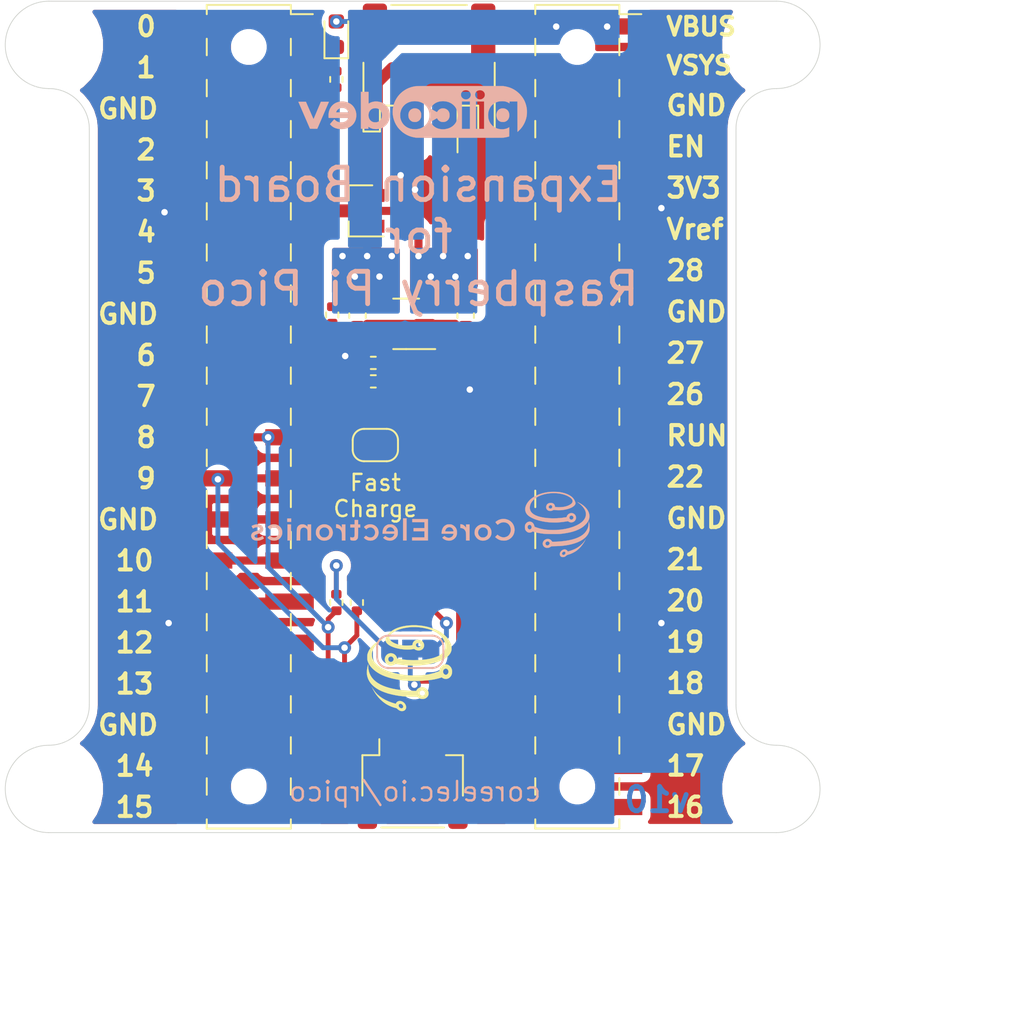
<source format=kicad_pcb>
(kicad_pcb (version 20171130) (host pcbnew "(5.1.8-44-gfd79c7ae46)-1")
  (title_block (title "Secret Project (TOP SNEAKY)") (date 2021-01-07) (rev v0) (company "Core Electronics") (comment 1 "Michael Ruppe"))
  (layers (0 F.Cu signal hide) (31 B.Cu signal hide) (34 B.Paste user) (35 F.Paste user) (36 B.SilkS user) (37 F.SilkS user) (38 B.Mask user) (39 F.Mask user) (44 Edge.Cuts user))
  (net 0 "")
  (net 1 GND)
  (net 2 VBAT)
  (net 3 VBUS)
  (net 4 "Net-(D1-Pad1)")
  (net 5 /I2C0_SCL)
  (net 6 /I2C0_SDA)
  (net 7 +3V3)
  (net 8 /VSYS)
  (net 9 "Net-(R2-Pad1)")
  (net 10 "Net-(JP1-Pad2)")
  (net 11 "Net-(JP1-Pad1)")
  (net 12 "Net-(JP2-Pad3)")
  (net 13 "Net-(JP2-Pad1)")
  (net 14 "Net-(J3-Pad39)")
  (net 15 "Net-(J3-Pad37)")
  (net 16 "Net-(J3-Pad33)")
  (net 17 "Net-(J3-Pad31)")
  (net 18 "Net-(J3-Pad29)")
  (net 19 "Net-(J3-Pad27)")
  (net 20 "Net-(J3-Pad19)")
  (net 21 "Net-(J3-Pad17)")
  (net 22 "Net-(J3-Pad13)")
  (net 23 "Net-(J3-Pad11)")
  (net 24 "Net-(J3-Pad10)")
  (net 25 "Net-(J3-Pad7)")
  (net 26 "Net-(J3-Pad3)")
  (net 27 "Net-(J3-Pad1)")
  (net 28 "Net-(J4-Pad39)")
  (net 29 "Net-(J4-Pad37)")
  (net 30 "Net-(J4-Pad33)")
  (net 31 "Net-(J4-Pad31)")
  (net 32 "Net-(J4-Pad29)")
  (net 33 "Net-(J4-Pad27)")
  (net 34 "Net-(J4-Pad23)")
  (net 35 "Net-(J4-Pad21)")
  (net 36 "Net-(J4-Pad19)")
  (net 37 "Net-(J4-Pad17)")
  (net 38 "Net-(J4-Pad13)")
  (net 39 "Net-(J4-Pad11)")
  (net 40 "Net-(J4-Pad7)")
  (module CoreElectronics_Artwork:CoreElectronics_logo_with_text_long (layer B.Cu) (at 25.36 32.35 180)
    (fp_text reference G*** hide)
    (fp_text value LOGO hide)
  )
  (module CoreElectronics_Components:SolderJumper-3_P1.3mm_Closed_RoundedPad1.0x1.5mm (layer B.Cu) (at 24.852 40.224 180)
    (fp_text reference JP2 hide)
    (fp_text value I2C)
    (fp_poly (pts (xy 0.8 -0.3) (xy -0.8 -0.3) (xy -0.8 0.3) (xy 0.8 0.3)) (layer B.Cu) (width 0.1))
    (pad 1 smd custom (at -1.3 0 180) (size 1 0.5) (layers B.Cu B.Mask) (net 13 "Net-(JP2-Pad1)") (options (clearance outline) (anchor rect)) (primitives (gr_circle (center 0 -0.25) (end 0.5 -0.25) (width 0)) (gr_circle (center 0 0.25) (end 0.5 0.25) (width 0)) (gr_poly (pts (xy 0.55 0.75) (xy 0 0.75) (xy 0 -0.75) (xy 0.55 -0.75)) (width 0))))
    (pad 3 smd custom (at 1.3 0 180) (size 1 0.5) (layers B.Cu B.Mask) (net 12 "Net-(JP2-Pad3)") (options (clearance outline) (anchor rect)) (primitives (gr_circle (center 0 -0.25) (end 0.5 -0.25) (width 0)) (gr_circle (center 0 0.25) (end 0.5 0.25) (width 0)) (gr_poly (pts (xy -0.55 0.75) (xy 0 0.75) (xy 0 -0.75) (xy -0.55 -0.75)) (width 0))))
    (pad 2 smd rect (at 0 0 180) (size 1 1.5) (layers B.Cu B.Mask) (net 7 +3V3))
  )
  (module Resistor_SMD:R_0402_1005Metric (layer F.Cu) (at 21.55 37.176 270)
    (fp_text reference R6 hide)
    (fp_text value 4k7)
    (pad 1 smd roundrect (at -0.51 0 270) (size 0.54 0.64) (layers F.Cu F.Paste F.Mask) (net 13 "Net-(JP2-Pad1)"))
    (pad 2 smd roundrect (at 0.51 0 270) (size 0.54 0.64) (layers F.Cu F.Paste F.Mask) (net 5 /I2C0_SCL))
  )
  (module Resistor_SMD:R_0402_1005Metric (layer F.Cu) (at 20.28 37.176 270)
    (fp_text reference R5 hide)
    (fp_text value 4k7)
    (pad 1 smd roundrect (at -0.51 0 270) (size 0.54 0.64) (layers F.Cu F.Paste F.Mask) (net 12 "Net-(JP2-Pad3)"))
    (pad 2 smd roundrect (at 0.51 0 270) (size 0.54 0.64) (layers F.Cu F.Paste F.Mask) (net 6 /I2C0_SDA))
  )
  (module Resistor_SMD:R_0402_1005Metric (layer F.Cu) (at 20.026 19.396 270)
    (fp_text reference R4 hide)
    (fp_text value 100k)
    (pad 2 smd roundrect (at 0.51 0 270) (size 0.54 0.64) (layers F.Cu F.Paste F.Mask) (net 1 GND))
    (pad 1 smd roundrect (at -0.51 0 270) (size 0.54 0.64) (layers F.Cu F.Paste F.Mask) (net 3 VBUS))
  )
  (module CoreElectronics_Components:PinSocket_2x20_P2.54mm_Vertical_SMD_With_Post (layer F.Cu) (at 35.185 25.69)
    (fp_text reference J4 hide)
    (fp_text value " ")
    (pad "" np_thru_hole circle (at 0 22.86) (size 1.2 1.2) (drill 1.2) (layers *.Cu *.Mask))
    (pad "" np_thru_hole circle (at 0 -22.86) (size 1.2 1.2) (drill 1.2) (layers *.Cu *.Mask))
    (pad 40 smd rect (at -2.52 24.13) (size 3 1) (layers F.Cu F.Paste F.Mask) (net 28 "Net-(J4-Pad39)"))
    (pad 39 smd rect (at 2.52 24.13) (size 3 1) (layers F.Cu F.Paste F.Mask) (net 28 "Net-(J4-Pad39)"))
    (pad 38 smd rect (at -2.52 21.59) (size 3 1) (layers F.Cu F.Paste F.Mask) (net 29 "Net-(J4-Pad37)"))
    (pad 37 smd rect (at 2.52 21.59) (size 3 1) (layers F.Cu F.Paste F.Mask) (net 29 "Net-(J4-Pad37)"))
    (pad 36 smd rect (at -2.52 19.05) (size 3 1) (layers F.Cu F.Paste F.Mask) (net 1 GND))
    (pad 35 smd rect (at 2.52 19.05) (size 3 1) (layers F.Cu F.Paste F.Mask) (net 1 GND))
    (pad 34 smd rect (at -2.52 16.51) (size 3 1) (layers F.Cu F.Paste F.Mask) (net 30 "Net-(J4-Pad33)"))
    (pad 33 smd rect (at 2.52 16.51) (size 3 1) (layers F.Cu F.Paste F.Mask) (net 30 "Net-(J4-Pad33)"))
    (pad 32 smd rect (at -2.52 13.97) (size 3 1) (layers F.Cu F.Paste F.Mask) (net 31 "Net-(J4-Pad31)"))
    (pad 31 smd rect (at 2.52 13.97) (size 3 1) (layers F.Cu F.Paste F.Mask) (net 31 "Net-(J4-Pad31)"))
    (pad 30 smd rect (at -2.52 11.43) (size 3 1) (layers F.Cu F.Paste F.Mask) (net 32 "Net-(J4-Pad29)"))
    (pad 29 smd rect (at 2.52 11.43) (size 3 1) (layers F.Cu F.Paste F.Mask) (net 32 "Net-(J4-Pad29)"))
    (pad 28 smd rect (at -2.52 8.89) (size 3 1) (layers F.Cu F.Paste F.Mask) (net 33 "Net-(J4-Pad27)"))
    (pad 27 smd rect (at 2.52 8.89) (size 3 1) (layers F.Cu F.Paste F.Mask) (net 33 "Net-(J4-Pad27)"))
    (pad 26 smd rect (at -2.52 6.35) (size 3 1) (layers F.Cu F.Paste F.Mask) (net 1 GND))
    (pad 25 smd rect (at 2.52 6.35) (size 3 1) (layers F.Cu F.Paste F.Mask) (net 1 GND))
    (pad 24 smd rect (at -2.52 3.81) (size 3 1) (layers F.Cu F.Paste F.Mask) (net 34 "Net-(J4-Pad23)"))
    (pad 23 smd rect (at 2.52 3.81) (size 3 1) (layers F.Cu F.Paste F.Mask) (net 34 "Net-(J4-Pad23)"))
    (pad 22 smd rect (at -2.52 1.27) (size 3 1) (layers F.Cu F.Paste F.Mask) (net 35 "Net-(J4-Pad21)"))
    (pad 21 smd rect (at 2.52 1.27) (size 3 1) (layers F.Cu F.Paste F.Mask) (net 35 "Net-(J4-Pad21)"))
    (pad 20 smd rect (at -2.52 -1.27) (size 3 1) (layers F.Cu F.Paste F.Mask) (net 36 "Net-(J4-Pad19)"))
    (pad 19 smd rect (at 2.52 -1.27) (size 3 1) (layers F.Cu F.Paste F.Mask) (net 36 "Net-(J4-Pad19)"))
    (pad 18 smd rect (at -2.52 -3.81) (size 3 1) (layers F.Cu F.Paste F.Mask) (net 37 "Net-(J4-Pad17)"))
    (pad 17 smd rect (at 2.52 -3.81) (size 3 1) (layers F.Cu F.Paste F.Mask) (net 37 "Net-(J4-Pad17)"))
    (pad 16 smd rect (at -2.52 -6.35) (size 3 1) (layers F.Cu F.Paste F.Mask) (net 1 GND))
    (pad 15 smd rect (at 2.52 -6.35) (size 3 1) (layers F.Cu F.Paste F.Mask) (net 1 GND))
    (pad 14 smd rect (at -2.52 -8.89) (size 3 1) (layers F.Cu F.Paste F.Mask) (net 38 "Net-(J4-Pad13)"))
    (pad 13 smd rect (at 2.52 -8.89) (size 3 1) (layers F.Cu F.Paste F.Mask) (net 38 "Net-(J4-Pad13)"))
    (pad 12 smd rect (at -2.52 -11.43) (size 3 1) (layers F.Cu F.Paste F.Mask) (net 39 "Net-(J4-Pad11)"))
    (pad 11 smd rect (at 2.52 -11.43) (size 3 1) (layers F.Cu F.Paste F.Mask) (net 39 "Net-(J4-Pad11)"))
    (pad 10 smd rect (at -2.52 -13.97) (size 3 1) (layers F.Cu F.Paste F.Mask) (net 7 +3V3))
    (pad 9 smd rect (at 2.52 -13.97) (size 3 1) (layers F.Cu F.Paste F.Mask) (net 7 +3V3))
    (pad 8 smd rect (at -2.52 -16.51) (size 3 1) (layers F.Cu F.Paste F.Mask) (net 40 "Net-(J4-Pad7)"))
    (pad 7 smd rect (at 2.52 -16.51) (size 3 1) (layers F.Cu F.Paste F.Mask) (net 40 "Net-(J4-Pad7)"))
    (pad 6 smd rect (at -2.52 -19.05) (size 3 1) (layers F.Cu F.Paste F.Mask) (net 1 GND))
    (pad 5 smd rect (at 2.52 -19.05) (size 3 1) (layers F.Cu F.Paste F.Mask) (net 1 GND))
    (pad 4 smd rect (at -2.52 -21.59) (size 3 1) (layers F.Cu F.Paste F.Mask) (net 8 /VSYS))
    (pad 3 smd rect (at 2.52 -21.59) (size 3 1) (layers F.Cu F.Paste F.Mask) (net 8 /VSYS))
    (pad 2 smd rect (at -2.52 -24.13) (size 3 1) (layers F.Cu F.Paste F.Mask) (net 3 VBUS))
    (pad 1 smd rect (at 2.52 -24.13) (size 3 1) (layers F.Cu F.Paste F.Mask) (net 3 VBUS))
  )
  (module CoreElectronics_Components:PinSocket_2x20_P2.54mm_Vertical_SMD_With_Post (layer F.Cu) (at 14.865 25.69)
    (fp_text reference J3 hide)
    (fp_text value " ")
    (pad "" np_thru_hole circle (at 0 22.86) (size 1.2 1.2) (drill 1.2) (layers *.Cu *.Mask))
    (pad "" np_thru_hole circle (at 0 -22.86) (size 1.2 1.2) (drill 1.2) (layers *.Cu *.Mask))
    (pad 40 smd rect (at -2.52 24.13) (size 3 1) (layers F.Cu F.Paste F.Mask) (net 14 "Net-(J3-Pad39)"))
    (pad 39 smd rect (at 2.52 24.13) (size 3 1) (layers F.Cu F.Paste F.Mask) (net 14 "Net-(J3-Pad39)"))
    (pad 38 smd rect (at -2.52 21.59) (size 3 1) (layers F.Cu F.Paste F.Mask) (net 15 "Net-(J3-Pad37)"))
    (pad 37 smd rect (at 2.52 21.59) (size 3 1) (layers F.Cu F.Paste F.Mask) (net 15 "Net-(J3-Pad37)"))
    (pad 36 smd rect (at -2.52 19.05) (size 3 1) (layers F.Cu F.Paste F.Mask) (net 1 GND))
    (pad 35 smd rect (at 2.52 19.05) (size 3 1) (layers F.Cu F.Paste F.Mask) (net 1 GND))
    (pad 34 smd rect (at -2.52 16.51) (size 3 1) (layers F.Cu F.Paste F.Mask) (net 16 "Net-(J3-Pad33)"))
    (pad 33 smd rect (at 2.52 16.51) (size 3 1) (layers F.Cu F.Paste F.Mask) (net 16 "Net-(J3-Pad33)"))
    (pad 32 smd rect (at -2.52 13.97) (size 3 1) (layers F.Cu F.Paste F.Mask) (net 17 "Net-(J3-Pad31)"))
    (pad 31 smd rect (at 2.52 13.97) (size 3 1) (layers F.Cu F.Paste F.Mask) (net 17 "Net-(J3-Pad31)"))
    (pad 30 smd rect (at -2.52 11.43) (size 3 1) (layers F.Cu F.Paste F.Mask) (net 18 "Net-(J3-Pad29)"))
    (pad 29 smd rect (at 2.52 11.43) (size 3 1) (layers F.Cu F.Paste F.Mask) (net 18 "Net-(J3-Pad29)"))
    (pad 28 smd rect (at -2.52 8.89) (size 3 1) (layers F.Cu F.Paste F.Mask) (net 19 "Net-(J3-Pad27)"))
    (pad 27 smd rect (at 2.52 8.89) (size 3 1) (layers F.Cu F.Paste F.Mask) (net 19 "Net-(J3-Pad27)"))
    (pad 26 smd rect (at -2.52 6.35) (size 3 1) (layers F.Cu F.Paste F.Mask) (net 1 GND))
    (pad 25 smd rect (at 2.52 6.35) (size 3 1) (layers F.Cu F.Paste F.Mask) (net 1 GND))
    (pad 24 smd rect (at -2.52 3.81) (size 3 1) (layers F.Cu F.Paste F.Mask) (net 5 /I2C0_SCL))
    (pad 23 smd rect (at 2.52 3.81) (size 3 1) (layers F.Cu F.Paste F.Mask) (net 5 /I2C0_SCL))
    (pad 22 smd rect (at -2.52 1.27) (size 3 1) (layers F.Cu F.Paste F.Mask) (net 6 /I2C0_SDA))
    (pad 21 smd rect (at 2.52 1.27) (size 3 1) (layers F.Cu F.Paste F.Mask) (net 6 /I2C0_SDA))
    (pad 20 smd rect (at -2.52 -1.27) (size 3 1) (layers F.Cu F.Paste F.Mask) (net 20 "Net-(J3-Pad19)"))
    (pad 19 smd rect (at 2.52 -1.27) (size 3 1) (layers F.Cu F.Paste F.Mask) (net 20 "Net-(J3-Pad19)"))
    (pad 18 smd rect (at -2.52 -3.81) (size 3 1) (layers F.Cu F.Paste F.Mask) (net 21 "Net-(J3-Pad17)"))
    (pad 17 smd rect (at 2.52 -3.81) (size 3 1) (layers F.Cu F.Paste F.Mask) (net 21 "Net-(J3-Pad17)"))
    (pad 16 smd rect (at -2.52 -6.35) (size 3 1) (layers F.Cu F.Paste F.Mask) (net 1 GND))
    (pad 15 smd rect (at 2.52 -6.35) (size 3 1) (layers F.Cu F.Paste F.Mask) (net 1 GND))
    (pad 14 smd rect (at -2.52 -8.89) (size 3 1) (layers F.Cu F.Paste F.Mask) (net 22 "Net-(J3-Pad13)"))
    (pad 13 smd rect (at 2.52 -8.89) (size 3 1) (layers F.Cu F.Paste F.Mask) (net 22 "Net-(J3-Pad13)"))
    (pad 12 smd rect (at -2.52 -11.43) (size 3 1) (layers F.Cu F.Paste F.Mask) (net 23 "Net-(J3-Pad11)"))
    (pad 11 smd rect (at 2.52 -11.43) (size 3 1) (layers F.Cu F.Paste F.Mask) (net 23 "Net-(J3-Pad11)"))
    (pad 10 smd rect (at -2.52 -13.97) (size 3 1) (layers F.Cu F.Paste F.Mask) (net 24 "Net-(J3-Pad10)"))
    (pad 9 smd rect (at 2.52 -13.97) (size 3 1) (layers F.Cu F.Paste F.Mask) (net 24 "Net-(J3-Pad10)"))
    (pad 8 smd rect (at -2.52 -16.51) (size 3 1) (layers F.Cu F.Paste F.Mask) (net 25 "Net-(J3-Pad7)"))
    (pad 7 smd rect (at 2.52 -16.51) (size 3 1) (layers F.Cu F.Paste F.Mask) (net 25 "Net-(J3-Pad7)"))
    (pad 6 smd rect (at -2.52 -19.05) (size 3 1) (layers F.Cu F.Paste F.Mask) (net 1 GND))
    (pad 5 smd rect (at 2.52 -19.05) (size 3 1) (layers F.Cu F.Paste F.Mask) (net 1 GND))
    (pad 4 smd rect (at -2.52 -21.59) (size 3 1) (layers F.Cu F.Paste F.Mask) (net 26 "Net-(J3-Pad3)"))
    (pad 3 smd rect (at 2.52 -21.59) (size 3 1) (layers F.Cu F.Paste F.Mask) (net 26 "Net-(J3-Pad3)"))
    (pad 2 smd rect (at -2.52 -24.13) (size 3 1) (layers F.Cu F.Paste F.Mask) (net 27 "Net-(J3-Pad1)"))
    (pad 1 smd rect (at 2.52 -24.13) (size 3 1) (layers F.Cu F.Paste F.Mask) (net 27 "Net-(J3-Pad1)"))
  )
  (module Jumper:SolderJumper-2_P1.3mm_Open_RoundedPad1.0x1.5mm (layer F.Cu) (at 22.693 27.4405)
    (fp_text reference JP1)
    (fp_text value FAST_CHG)
    (pad 2 smd custom (at 0.65 0) (size 1 0.5) (layers F.Cu F.Mask) (net 10 "Net-(JP1-Pad2)") (options (clearance outline) (anchor rect)) (primitives (gr_circle (center 0 0.25) (end 0.5 0.25) (width 0)) (gr_circle (center 0 -0.25) (end 0.5 -0.25) (width 0)) (gr_poly (pts (xy 0 -0.75) (xy -0.5 -0.75) (xy -0.5 0.75) (xy 0 0.75)) (width 0))))
    (pad 1 smd custom (at -0.65 0) (size 1 0.5) (layers F.Cu F.Mask) (net 11 "Net-(JP1-Pad1)") (options (clearance outline) (anchor rect)) (primitives (gr_circle (center 0 0.25) (end 0.5 0.25) (width 0)) (gr_circle (center 0 -0.25) (end 0.5 -0.25) (width 0)) (gr_poly (pts (xy 0 -0.75) (xy 0.5 -0.75) (xy 0.5 0.75) (xy 0 0.75)) (width 0))))
  )
  (module MountingHole:MountingHole_2.7mm_M2.5 (layer F.Cu) (at 2.5 2.7)
    (fp_text reference H4 hide)
    (fp_text value " ")
    (pad "" np_thru_hole circle (at 0 0) (size 2.7 2.7) (drill 2.7) (layers *.Cu *.Mask) (clearance 2))
  )
  (module Resistor_SMD:R_0402_1005Metric (layer F.Cu) (at 22.566 23.5035 180)
    (fp_text reference R3 hide)
    (fp_text value 4k7)
    (pad 2 smd roundrect (at 0.51 0 180) (size 0.54 0.64) (layers F.Cu F.Paste F.Mask) (net 1 GND))
    (pad 1 smd roundrect (at -0.51 0 180) (size 0.54 0.64) (layers F.Cu F.Paste F.Mask) (net 11 "Net-(JP1-Pad1)"))
  )
  (module Capacitor_SMD:C_0603_1608Metric (layer F.Cu) (at 21.59 19.4395 270)
    (fp_text reference C2 hide)
    (fp_text value 10u)
    (pad 2 smd roundrect (at 0.775 0 270) (size 0.9 0.95) (layers F.Cu F.Paste F.Mask) (net 1 GND))
    (pad 1 smd roundrect (at -0.775 0 270) (size 0.9 0.95) (layers F.Cu F.Paste F.Mask) (net 3 VBUS))
  )
  (module MountingHole:MountingHole_2.7mm_M2.5 (layer F.Cu) (at 2.5 48.7)
    (fp_text reference H3 hide)
    (fp_text value " ")
    (pad "" np_thru_hole circle (at 0 0) (size 2.7 2.7) (drill 2.7) (layers *.Cu *.Mask) (clearance 2))
  )
  (module MountingHole:MountingHole_2.7mm_M2.5 (layer F.Cu) (at 47.5 48.7)
    (fp_text reference H2 hide)
    (fp_text value " ")
    (pad "" np_thru_hole circle (at 0 0) (size 2.7 2.7) (drill 2.7) (layers *.Cu *.Mask) (clearance 2))
  )
  (module MountingHole:MountingHole_2.7mm_M2.5 (layer F.Cu) (at 47.5 2.7)
    (fp_text reference H1 hide)
    (fp_text value " ")
    (pad "" np_thru_hole circle (at 0 0) (size 2.7 2.7) (drill 2.7) (layers *.Cu *.Mask) (clearance 2))
  )
  (module CoreElectronics_Artwork:piicodev_logo_14.2x3.4mm (layer B.Cu) (at 24.984047 6.95 180)
    (fp_text reference G2 hide)
    (fp_text value LOGO_PiicoDev hide)
  )
  (module CoreElectronics_Artwork:CoreElectronics_logo_5mm (layer F.Cu) (at 24.8 41.24)
    (fp_text reference G1 hide)
    (fp_text value LOGO_CoreElectronics_made-with-love hide)
  )
  (module Package_TO_SOT_SMD:SOT-23-5 (layer F.Cu) (at 24.598 19.9475 180)
    (fp_text reference U1 hide)
    (fp_text value MCP73832-2-OT hide)
    (pad 5 smd roundrect (at 1.1375 -0.95 180) (size 1.325 0.6) (layers F.Cu F.Paste F.Mask) (net 10 "Net-(JP1-Pad2)"))
    (pad 4 smd roundrect (at 1.1375 0.95 180) (size 1.325 0.6) (layers F.Cu F.Paste F.Mask) (net 3 VBUS))
    (pad 3 smd roundrect (at -1.1375 0.95 180) (size 1.325 0.6) (layers F.Cu F.Paste F.Mask) (net 2 VBAT))
    (pad 2 smd roundrect (at -1.1375 0 180) (size 1.325 0.6) (layers F.Cu F.Paste F.Mask) (net 1 GND))
    (pad 1 smd roundrect (at -1.1375 -0.95 180) (size 1.325 0.6) (layers F.Cu F.Paste F.Mask) (net 9 "Net-(R2-Pad1)"))
  )
  (module Resistor_SMD:R_0402_1005Metric (layer F.Cu) (at 20.28 4.8345 90)
    (fp_text reference R2 hide)
    (fp_text value 1k)
    (pad 2 smd roundrect (at 0.51 0 90) (size 0.54 0.64) (layers F.Cu F.Paste F.Mask) (net 4 "Net-(D1-Pad1)"))
    (pad 1 smd roundrect (at -0.51 0 90) (size 0.54 0.64) (layers F.Cu F.Paste F.Mask) (net 9 "Net-(R2-Pad1)"))
  )
  (module Resistor_SMD:R_0402_1005Metric (layer F.Cu) (at 22.566 22.3605 180)
    (fp_text reference R1 hide)
    (fp_text value 4k7 hide)
    (pad 2 smd roundrect (at 0.51 0 180) (size 0.54 0.64) (layers F.Cu F.Paste F.Mask) (net 1 GND))
    (pad 1 smd roundrect (at -0.51 0 180) (size 0.54 0.64) (layers F.Cu F.Paste F.Mask) (net 10 "Net-(JP1-Pad2)"))
  )
  (module Package_TO_SOT_SMD:SOT-23 (layer F.Cu) (at 21.804 12.9625 180)
    (fp_text reference Q1 hide)
    (fp_text value Q_PMOS_GSD hide)
    (pad 3 smd rect (at 1 0 180) (size 0.9 0.8) (layers F.Cu F.Paste F.Mask) (net 2 VBAT))
    (pad 2 smd rect (at -1 0.95 180) (size 0.9 0.8) (layers F.Cu F.Paste F.Mask) (net 8 /VSYS))
    (pad 1 smd rect (at -1 -0.95 180) (size 0.9 0.8) (layers F.Cu F.Paste F.Mask) (net 3 VBUS))
  )
  (module Connector_JST:JST_PH_S2B-PH-SM4-TB_1x02-1MP_P2.00mm_Horizontal (layer F.Cu) (at 26.016 4.745 180)
    (fp_text reference J2 hide)
    (fp_text value "JST PH" hide)
    (pad 1 smd roundrect (at -1 -2.85 180) (size 1 3.5) (layers F.Cu F.Paste F.Mask) (net 2 VBAT))
    (pad 2 smd roundrect (at 1 -2.85 180) (size 1 3.5) (layers F.Cu F.Paste F.Mask) (net 1 GND))
    (pad MP smd roundrect (at -3.35 2.9 180) (size 1.5 3.4) (layers F.Cu F.Paste F.Mask) (roundrect_rratio 0.1666666666666667))
    (pad MP smd roundrect (at 3.35 2.9 180) (size 1.5 3.4) (layers F.Cu F.Paste F.Mask) (roundrect_rratio 0.1666666666666667))
  )
  (module Connector_JST:JST_SH_SM04B-SRSS-TB_1x04-1MP_P1.00mm_Horizontal (layer F.Cu) (at 25 48.4)
    (fp_text reference J1 hide)
    (fp_text value PiicoDev hide)
    (pad 1 smd roundrect (at -1.5 -2) (size 0.6 1.55) (layers F.Cu F.Paste F.Mask) (net 1 GND))
    (pad 2 smd roundrect (at -0.5 -2) (size 0.6 1.55) (layers F.Cu F.Paste F.Mask) (net 7 +3V3))
    (pad 3 smd roundrect (at 0.5 -2) (size 0.6 1.55) (layers F.Cu F.Paste F.Mask) (net 6 /I2C0_SDA))
    (pad 4 smd roundrect (at 1.5 -2) (size 0.6 1.55) (layers F.Cu F.Paste F.Mask) (net 5 /I2C0_SCL))
    (pad MP smd roundrect (at -2.8 1.875) (size 1.2 1.8) (layers F.Cu F.Paste F.Mask) (roundrect_rratio 0.2083325))
    (pad MP smd roundrect (at 2.8 1.875) (size 1.2 1.8) (layers F.Cu F.Paste F.Mask) (roundrect_rratio 0.2083325))
  )
  (module LED_SMD:LED_0603_1608Metric (layer F.Cu) (at 20.28 2.0405 90)
    (fp_text reference D1 hide)
    (fp_text value LED hide)
    (pad 2 smd roundrect (at 0.7875 0 90) (size 0.875 0.95) (layers F.Cu F.Paste F.Mask) (net 3 VBUS))
    (pad 1 smd roundrect (at -0.7875 0 90) (size 0.875 0.95) (layers F.Cu F.Paste F.Mask) (net 4 "Net-(D1-Pad1)"))
  )
  (module Capacitor_SMD:C_0603_1608Metric (layer F.Cu) (at 28.281 19.4395 270)
    (fp_text reference C1 hide)
    (fp_text value 10u)
    (pad 2 smd roundrect (at 0.775 0 270) (size 0.9 0.95) (layers F.Cu F.Paste F.Mask) (net 1 GND))
    (pad 1 smd roundrect (at -0.775 0 270) (size 0.9 0.95) (layers F.Cu F.Paste F.Mask) (net 2 VBAT))
  )
  (gr_text coreelec.io/rpico (at 25.146 48.86) (layer B.SilkS) (effects (font (size 1.2 1.2)) (justify mirror)))
  (gr_text "Expansion Board\nfor\nRaspberry Pi Pico" (at 25.36 14.57) (layer B.SilkS) (effects (font (size 2 2) (thickness 0.3)) (justify mirror)))
  (gr_text v10 (at 40.132 49.368) (layer B.Cu) (effects (font (size 1.5 1.5) (thickness 0.3)) (justify mirror)))
  (gr_text "Fast\nCharge" (at 22.693 30.572) (layer F.SilkS) (effects (font (size 1 1))))
  (gr_arc (start 47.5 43.5) (end 45 43.5) (angle -90) (layer Edge.Cuts) (width 0.05))
  (gr_arc (start 47.5 48.7) (end 47.5 51.4) (angle -180) (layer Edge.Cuts) (width 0.05))
  (gr_arc (start 2.5 48.7) (end 2.5 46) (angle -180) (layer Edge.Cuts) (width 0.05))
  (gr_arc (start 2.5 43.5) (end 2.5 46) (angle -90) (layer Edge.Cuts) (width 0.05))
  (gr_arc (start 47.5 7.9) (end 47.5 5.4) (angle -90) (layer Edge.Cuts) (width 0.05))
  (gr_arc (start 47.5 2.7) (end 47.5 5.4) (angle -180) (layer Edge.Cuts) (width 0.05))
  (gr_arc (start 2.5 7.9) (end 5 7.9) (angle -90) (layer Edge.Cuts) (width 0.05))
  (gr_arc (start 2.5 2.7) (end 2.5 0) (angle -180) (layer Edge.Cuts) (width 0.05))
  (gr_text VBUS (at 40.560715 1.57) (layer F.SilkS) (effects (font (size 1.1 1.1) (thickness 0.25)) (justify left)))
  (gr_text 28 (at 40.560715 16.654) (layer F.SilkS) (effects (font (size 1.2 1.2) (thickness 0.25)) (justify left)))
  (gr_text GND (at 40.560715 6.446) (layer F.SilkS) (effects (font (size 1.2 1.2) (thickness 0.25)) (justify left)))
  (gr_text VSYS (at 40.560715 3.972) (layer F.SilkS) (effects (font (size 1.1 1.1) (thickness 0.25)) (justify left)))
  (gr_text GND (at 40.560715 19.206) (layer F.SilkS) (effects (font (size 1.2 1.2) (thickness 0.25)) (justify left)))
  (gr_text EN (at 40.560715 8.998) (layer F.SilkS) (effects (font (size 1.2 1.2) (thickness 0.25)) (justify left)))
  (gr_text GND (at 40.560715 31.966) (layer F.SilkS) (effects (font (size 1.2 1.2) (thickness 0.25)) (justify left)))
  (gr_text 21 (at 40.560715 34.518) (layer F.SilkS) (effects (font (size 1.2 1.2) (thickness 0.25)) (justify left)))
  (gr_text 16 (at 40.560715 49.83) (layer F.SilkS) (effects (font (size 1.2 1.2) (thickness 0.25)) (justify left)))
  (gr_text RUN (at 40.560715 26.862) (layer F.SilkS) (effects (font (size 1.2 1.2) (thickness 0.25)) (justify left)))
  (gr_text 17 (at 40.560715 47.278) (layer F.SilkS) (effects (font (size 1.2 1.2) (thickness 0.25)) (justify left)))
  (gr_text 20 (at 40.560715 37.07) (layer F.SilkS) (effects (font (size 1.2 1.2) (thickness 0.25)) (justify left)))
  (gr_text 19 (at 40.560715 39.622) (layer F.SilkS) (effects (font (size 1.2 1.2) (thickness 0.25)) (justify left)))
  (gr_text Vref (at 40.560715 14.102) (layer F.SilkS) (effects (font (size 1.2 1.2) (thickness 0.25)) (justify left)))
  (gr_text 26 (at 40.560715 24.31) (layer F.SilkS) (effects (font (size 1.2 1.2) (thickness 0.25)) (justify left)))
  (gr_text 3V3 (at 40.560715 11.55) (layer F.SilkS) (effects (font (size 1.2 1.2) (thickness 0.25)) (justify left)))
  (gr_text 18 (at 40.560715 42.174) (layer F.SilkS) (effects (font (size 1.2 1.2) (thickness 0.25)) (justify left)))
  (gr_text GND (at 40.560715 44.726) (layer F.SilkS) (effects (font (size 1.2 1.2) (thickness 0.25)) (justify left)))
  (gr_text 22 (at 40.560715 29.414) (layer F.SilkS) (effects (font (size 1.2 1.2) (thickness 0.25)) (justify left)))
  (gr_text 27 (at 40.560715 21.758) (layer F.SilkS) (effects (font (size 1.2 1.2) (thickness 0.25)) (justify left)))
  (gr_text 8 (at 8.513572 26.97) (layer F.SilkS) (effects (font (size 1.2 1.2) (thickness 0.25))))
  (gr_text 13 (at 7.799286 42.21) (layer F.SilkS) (effects (font (size 1.2 1.2) (thickness 0.25))))
  (gr_text GND (at 7.399286 32.05) (layer F.SilkS) (effects (font (size 1.2 1.2) (thickness 0.25))))
  (gr_text 9 (at 8.513572 29.51) (layer F.SilkS) (effects (font (size 1.2 1.2) (thickness 0.25))))
  (gr_text GND (at 7.399286 44.75) (layer F.SilkS) (effects (font (size 1.2 1.2) (thickness 0.25))))
  (gr_text 10 (at 7.799286 34.59) (layer F.SilkS) (effects (font (size 1.2 1.2) (thickness 0.25))))
  (gr_text 12 (at 7.799286 39.67) (layer F.SilkS) (effects (font (size 1.2 1.2) (thickness 0.25))))
  (gr_text 15 (at 7.799286 49.83) (layer F.SilkS) (effects (font (size 1.2 1.2) (thickness 0.25))))
  (gr_text 11 (at 7.799286 37.13) (layer F.SilkS) (effects (font (size 1.2 1.2) (thickness 0.25))))
  (gr_text 14 (at 7.799286 47.29) (layer F.SilkS) (effects (font (size 1.2 1.2) (thickness 0.25))))
  (gr_text 6 (at 8.513572 21.89) (layer F.SilkS) (effects (font (size 1.2 1.2) (thickness 0.25))))
  (gr_text 7 (at 8.513572 24.43) (layer F.SilkS) (effects (font (size 1.2 1.2) (thickness 0.25))))
  (gr_text 4 (at 8.513572 14.27) (layer F.SilkS) (effects (font (size 1.2 1.2) (thickness 0.25))))
  (gr_text 3 (at 8.513572 11.73) (layer F.SilkS) (effects (font (size 1.2 1.2) (thickness 0.25))))
  (gr_line (start 2.5 0) (end 47.5 0) (layer Edge.Cuts) (width 0.05))
  (gr_line (start 45 43.5) (end 45 7.9) (layer Edge.Cuts) (width 0.05))
  (gr_line (start 2.5 51.4) (end 47.5 51.4) (layer Edge.Cuts) (width 0.05))
  (gr_line (start 5 7.9) (end 5 43.5) (layer Edge.Cuts) (width 0.05))
  (gr_text GND (at 7.399286 19.35) (layer F.SilkS) (effects (font (size 1.2 1.2) (thickness 0.25))))
  (gr_text 5 (at 8.513572 16.81) (layer F.SilkS) (effects (font (size 1.2 1.2) (thickness 0.25))))
  (gr_text 2 (at 8.513572 9.19) (layer F.SilkS) (effects (font (size 1.2 1.2) (thickness 0.25))))
  (gr_text GND (at 7.399286 6.65) (layer F.SilkS) (effects (font (size 1.2 1.2) (thickness 0.25))))
  (gr_text 1 (at 8.513572 4.11) (layer F.SilkS) (effects (font (size 1.2 1.2) (thickness 0.25))))
  (gr_text 0 (at 8.513572 1.57) (layer F.SilkS) (effects (font (size 1.2 1.2) (thickness 0.25))))
  (segment (start 32.24 32.05) (end 33.89 32.05) (width 0.5) (layer F.Cu) (net 1))
  (segment (start 21.918 20.2145) (end 22.185 19.9475) (width 0.5) (layer F.Cu) (net 1))
  (segment (start 22.185 19.9475) (end 25.7355 19.9475) (width 0.5) (layer F.Cu) (net 1))
  (segment (start 27.633 19.9475) (end 25.7355 19.9475) (width 0.5) (layer F.Cu) (net 1))
  (segment (start 27.9 20.2145) (end 27.633 19.9475) (width 0.5) (layer F.Cu) (net 1))
  (segment (start 22.056 23.5035) (end 22.056 22.3605) (width 0.3) (layer F.Cu) (net 1))
  (segment (start 21.296 20.8365) (end 21.296 20.2145) (width 0.3) (layer F.Cu) (net 1))
  (segment (start 22.056 21.5965) (end 21.296 20.8365) (width 0.3) (layer F.Cu) (net 1))
  (segment (start 22.056 22.3605) (end 22.056 21.5965) (width 0.3) (layer F.Cu) (net 1))
  (via (at 28.535 24.0115) (size 0.8) (drill 0.4) (layers F.Cu B.Cu) (net 1))
  (via (at 20.828 21.936) (size 0.8) (drill 0.4) (layers F.Cu B.Cu) (net 1))
  (via (at 24.257 10.76) (size 0.8) (drill 0.4) (layers F.Cu B.Cu) (net 1))
  (via (at 25.146 11.649) (size 0.8) (drill 0.4) (layers F.Cu B.Cu) (net 1))
  (via (at 9.906 38.446) (size 0.8) (drill 0.4) (layers F.Cu B.Cu) (net 1))
  (via (at 40.386 12.792) (size 0.8) (drill 0.4) (layers F.Cu B.Cu) (net 1))
  (via (at 9.652 13.046) (size 0.8) (drill 0.4) (layers F.Cu B.Cu) (net 1))
  (segment (start 12.345 6.64) (end 17.385 6.64) (width 0.3) (layer F.Cu) (net 1))
  (segment (start 32.665 6.64) (end 37.705 6.64) (width 0.5) (layer F.Cu) (net 1))
  (segment (start 37.705 19.34) (end 32.665 19.34) (width 0.5) (layer F.Cu) (net 1))
  (segment (start 37.705 32.04) (end 32.665 32.04) (width 0.5) (layer F.Cu) (net 1))
  (segment (start 30.211 32.04) (end 30.188 32.063) (width 0.5) (layer F.Cu) (net 1))
  (segment (start 32.665 32.04) (end 30.211 32.04) (width 0.5) (layer F.Cu) (net 1))
  (segment (start 37.705 44.74) (end 32.665 44.74) (width 0.5) (layer F.Cu) (net 1))
  (segment (start 17.385 44.74) (end 12.345 44.74) (width 0.5) (layer F.Cu) (net 1))
  (segment (start 12.345 32.04) (end 17.385 32.04) (width 0.5) (layer F.Cu) (net 1))
  (segment (start 12.345 19.34) (end 17.385 19.34) (width 0.5) (layer F.Cu) (net 1))
  (via (at 40.386 38.446) (size 0.8) (drill 0.4) (layers F.Cu B.Cu) (net 1))
  (segment (start 20.026 21.134) (end 20.828 21.936) (width 0.3) (layer F.Cu) (net 1))
  (segment (start 20.026 19.906) (end 20.026 21.134) (width 0.3) (layer F.Cu) (net 1))
  (via (at 28.408 15.7565) (size 0.8) (drill 0.4) (layers F.Cu B.Cu) (net 2))
  (via (at 26.884 15.7565) (size 0.8) (drill 0.4) (layers F.Cu B.Cu) (net 2))
  (via (at 26.122 17.0265) (size 0.8) (drill 0.4) (layers F.Cu B.Cu) (net 2))
  (via (at 27.646 17.0265) (size 0.8) (drill 0.4) (layers F.Cu B.Cu) (net 2))
  (via (at 25.36 15.7565) (size 0.8) (drill 0.4) (layers F.Cu B.Cu) (net 2))
  (segment (start 27.016 15.6245) (end 26.884 15.7565) (width 0.5) (layer F.Cu) (net 2))
  (segment (start 27.016 7.595) (end 27.016 15.6245) (width 0.5) (layer F.Cu) (net 2))
  (segment (start 25.36 14.1055) (end 25.36 15.7565) (width 0.5) (layer F.Cu) (net 2))
  (segment (start 24.217 12.9625) (end 25.36 14.1055) (width 0.5) (layer F.Cu) (net 2))
  (segment (start 20.804 12.9625) (end 24.217 12.9625) (width 0.5) (layer F.Cu) (net 2))
  (segment (start 32.24 1.57) (end 33.88 1.57) (width 0.3) (layer F.Cu) (net 3))
  (segment (start 33.88 1.57) (end 33.89 1.57) (width 0.3) (layer F.Cu) (net 3))
  (segment (start 32.24 1.57) (end 33.89 1.57) (width 0.5) (layer F.Cu) (net 3))
  (via (at 20.661 15.7565) (size 0.8) (drill 0.4) (layers F.Cu B.Cu) (net 3))
  (via (at 23.709 15.7565) (size 0.8) (drill 0.4) (layers F.Cu B.Cu) (net 3))
  (via (at 22.185 15.7565) (size 0.8) (drill 0.4) (layers F.Cu B.Cu) (net 3))
  (via (at 20.28 1.253) (size 0.8) (drill 0.4) (layers F.Cu B.Cu) (net 3))
  (segment (start 22.804 15.1375) (end 22.185 15.7565) (width 0.5) (layer F.Cu) (net 3))
  (segment (start 22.804 13.9125) (end 22.804 15.1375) (width 0.5) (layer F.Cu) (net 3))
  (segment (start 22.185 15.7565) (end 22.185 2.7515) (width 0.5) (layer B.Cu) (net 3))
  (segment (start 22.185 2.7515) (end 23.6835 1.253) (width 0.5) (layer B.Cu) (net 3))
  (segment (start 23.6835 1.253) (end 20.28 1.253) (width 0.3) (layer B.Cu) (net 3))
  (segment (start 31.923 1.253) (end 32.24 1.57) (width 0.5) (layer B.Cu) (net 3))
  (segment (start 23.6835 1.253) (end 31.923 1.253) (width 0.5) (layer B.Cu) (net 3))
  (via (at 33.88 1.57) (size 0.8) (drill 0.4) (layers F.Cu B.Cu) (net 3))
  (via (at 37.03 1.57) (size 0.8) (drill 0.4) (layers F.Cu B.Cu) (net 3))
  (via (at 21.423 17.0265) (size 0.8) (drill 0.4) (layers F.Cu B.Cu) (net 3))
  (via (at 22.947 17.0265) (size 0.8) (drill 0.4) (layers F.Cu B.Cu) (net 3))
  (segment (start 32.24 1.57) (end 33.88 1.57) (width 0.5) (layer B.Cu) (net 3))
  (segment (start 37.253 1.108) (end 37.705 1.56) (width 0.5) (layer F.Cu) (net 3))
  (segment (start 33.117 1.108) (end 37.253 1.108) (width 0.5) (layer F.Cu) (net 3))
  (segment (start 32.665 1.56) (end 33.117 1.108) (width 0.5) (layer F.Cu) (net 3))
  (segment (start 36.822 1.362) (end 37.03 1.57) (width 0.5) (layer B.Cu) (net 3))
  (segment (start 34.088 1.362) (end 36.822 1.362) (width 0.5) (layer B.Cu) (net 3))
  (segment (start 33.88 1.57) (end 34.088 1.362) (width 0.5) (layer B.Cu) (net 3))
  (segment (start 20.026 18.886) (end 20.278 18.634) (width 0.3) (layer F.Cu) (net 3))
  (segment (start 21.5595 18.634) (end 21.59 18.6645) (width 0.3) (layer F.Cu) (net 3))
  (segment (start 20.278 18.634) (end 21.5595 18.634) (width 0.3) (layer F.Cu) (net 3))
  (segment (start 20.28 2.828) (end 20.28 4.3245) (width 0.25) (layer F.Cu) (net 4))
  (via (at 12.954 29.556) (size 0.8) (drill 0.4) (layers F.Cu B.Cu) (net 5))
  (segment (start 12.898 29.5) (end 12.954 29.556) (width 0.3) (layer F.Cu) (net 5))
  (segment (start 12.345 29.5) (end 17.385 29.5) (width 0.5) (layer F.Cu) (net 5))
  (segment (start 19.460315 39.97) (end 20.788 39.97) (width 0.3) (layer B.Cu) (net 5))
  (segment (start 12.954 29.556) (end 12.954 33.463685) (width 0.3) (layer B.Cu) (net 5))
  (segment (start 12.954 33.463685) (end 19.460315 39.97) (width 0.3) (layer B.Cu) (net 5))
  (via (at 20.788 39.97) (size 0.8) (drill 0.4) (layers F.Cu B.Cu) (net 5))
  (segment (start 20.788 39.97) (end 21.55 39.208) (width 0.3) (layer F.Cu) (net 5))
  (segment (start 21.55 39.208) (end 21.55 37.686) (width 0.3) (layer F.Cu) (net 5))
  (segment (start 21.55 43.272) (end 20.788 42.51) (width 0.3) (layer F.Cu) (net 5))
  (segment (start 24.344 43.272) (end 21.55 43.272) (width 0.3) (layer F.Cu) (net 5))
  (segment (start 26.5 45.428) (end 24.344 43.272) (width 0.3) (layer F.Cu) (net 5))
  (segment (start 20.788 42.51) (end 20.788 39.97) (width 0.3) (layer F.Cu) (net 5))
  (segment (start 26.5 46.4) (end 26.5 45.428) (width 0.3) (layer F.Cu) (net 5))
  (via (at 16.058 26.96) (size 0.8) (drill 0.4) (layers F.Cu B.Cu) (net 6))
  (segment (start 16.058 26.96) (end 17.75 26.96) (width 0.5) (layer F.Cu) (net 6))
  (segment (start 12.345 26.96) (end 17.385 26.96) (width 0.5) (layer F.Cu) (net 6))
  (via (at 19.772007 38.699993) (size 0.8) (drill 0.4) (layers F.Cu B.Cu) (net 6))
  (segment (start 16.058 34.985986) (end 19.772007 38.699993) (width 0.3) (layer B.Cu) (net 6))
  (segment (start 16.058 26.96) (end 16.058 34.985986) (width 0.3) (layer B.Cu) (net 6))
  (segment (start 25.5 46.4) (end 25.5 45.444) (width 0.3) (layer F.Cu) (net 6))
  (segment (start 25.5 45.444) (end 24.332002 44.276002) (width 0.3) (layer F.Cu) (net 6))
  (segment (start 24.332002 44.276002) (end 20.427998 44.276002) (width 0.3) (layer F.Cu) (net 6))
  (segment (start 19.772007 43.620011) (end 19.772007 38.699993) (width 0.3) (layer F.Cu) (net 6))
  (segment (start 20.427998 44.276002) (end 19.772007 43.620011) (width 0.3) (layer F.Cu) (net 6))
  (segment (start 19.772007 38.193993) (end 20.28 37.686) (width 0.3) (layer F.Cu) (net 6))
  (segment (start 19.772007 38.699993) (end 19.772007 38.193993) (width 0.3) (layer F.Cu) (net 6))
  (segment (start 32.665 11.72) (end 37.705 11.72) (width 0.5) (layer F.Cu) (net 7))
  (segment (start 30.186 27.6945) (end 30.186 13.784) (width 0.5) (layer F.Cu) (net 7))
  (segment (start 30.186 13.784) (end 32.24 11.73) (width 0.5) (layer F.Cu) (net 7))
  (segment (start 27.94 29.9405) (end 30.186 27.6945) (width 0.5) (layer F.Cu) (net 7))
  (segment (start 27.1895 47.8325) (end 27.94 47.082) (width 0.5) (layer F.Cu) (net 7))
  (segment (start 24.8805 47.8325) (end 27.1895 47.8325) (width 0.5) (layer F.Cu) (net 7))
  (segment (start 24.5 47.452) (end 24.8805 47.8325) (width 0.5) (layer F.Cu) (net 7))
  (segment (start 24.5 46.4) (end 24.5 47.452) (width 0.5) (layer F.Cu) (net 7))
  (via (at 25.106 42.256) (size 0.8) (drill 0.4) (layers F.Cu B.Cu) (net 7))
  (segment (start 25.32 42.042) (end 25.106 42.256) (width 0.3) (layer F.Cu) (net 7))
  (segment (start 27.94 42.042) (end 25.32 42.042) (width 0.3) (layer F.Cu) (net 7))
  (segment (start 27.94 47.082) (end 27.94 42.042) (width 0.5) (layer F.Cu) (net 7))
  (segment (start 27.94 42.042) (end 27.94 29.9405) (width 0.5) (layer F.Cu) (net 7))
  (segment (start 24.852 42.002) (end 24.852 40.224) (width 0.3) (layer B.Cu) (net 7))
  (segment (start 25.106 42.256) (end 24.852 42.002) (width 0.3) (layer B.Cu) (net 7))
  (segment (start 32.277 4.123) (end 32.29 4.11) (width 0.7) (layer F.Cu) (net 8))
  (segment (start 22.804 12.0125) (end 22.804 5.046) (width 0.7) (layer F.Cu) (net 8))
  (segment (start 22.804 5.046) (end 23.727 4.123) (width 0.7) (layer F.Cu) (net 8))
  (segment (start 23.727 4.123) (end 32.277 4.123) (width 0.6) (layer F.Cu) (net 8))
  (segment (start 32.975 4.41) (end 32.665 4.1) (width 0.5) (layer F.Cu) (net 8))
  (segment (start 37.395 4.41) (end 32.975 4.41) (width 0.5) (layer F.Cu) (net 8))
  (segment (start 37.705 4.1) (end 37.395 4.41) (width 0.5) (layer F.Cu) (net 8))
  (segment (start 19.304 6.3205) (end 20.28 5.3445) (width 0.3) (layer F.Cu) (net 9))
  (segment (start 19.304 29.7665) (end 19.304 6.3205) (width 0.3) (layer F.Cu) (net 9))
  (segment (start 20.026 30.4885) (end 19.304 29.7665) (width 0.3) (layer F.Cu) (net 9))
  (segment (start 24.09 30.4885) (end 20.026 30.4885) (width 0.3) (layer F.Cu) (net 9))
  (segment (start 24.725 29.8535) (end 24.09 30.4885) (width 0.3) (layer F.Cu) (net 9))
  (segment (start 24.725 21.908) (end 24.725 29.8535) (width 0.3) (layer F.Cu) (net 9))
  (segment (start 25.7355 20.8975) (end 24.725 21.908) (width 0.3) (layer F.Cu) (net 9))
  (segment (start 23.074 22.4855) (end 23.072 22.4875) (width 0.3) (layer F.Cu) (net 10))
  (segment (start 23.076 22.3605) (end 23.074 21.4715) (width 0.3) (layer F.Cu) (net 10))
  (segment (start 23.074 21.284) (end 23.4605 20.8975) (width 0.3) (layer F.Cu) (net 10))
  (segment (start 23.074 21.4715) (end 23.074 21.284) (width 0.3) (layer F.Cu) (net 10))
  (segment (start 23.328 22.3605) (end 23.076 22.3605) (width 0.3) (layer F.Cu) (net 10))
  (segment (start 24.09 23.1225) (end 23.328 22.3605) (width 0.3) (layer F.Cu) (net 10))
  (segment (start 24.09 25.6625) (end 24.09 23.1225) (width 0.3) (layer F.Cu) (net 10))
  (segment (start 23.343 26.4095) (end 24.09 25.6625) (width 0.3) (layer F.Cu) (net 10))
  (segment (start 23.343 27.4405) (end 23.343 26.4095) (width 0.3) (layer F.Cu) (net 10))
  (segment (start 23.076 24.0095) (end 23.076 23.5035) (width 0.3) (layer F.Cu) (net 11))
  (segment (start 22.043 25.0425) (end 23.076 24.0095) (width 0.3) (layer F.Cu) (net 11))
  (segment (start 22.043 27.4405) (end 22.043 25.0425) (width 0.3) (layer F.Cu) (net 11))
  (segment (start 23.552 40.224) (end 20.28 36.952) (width 0.3) (layer B.Cu) (net 12))
  (via (at 20.28 34.89) (size 0.8) (drill 0.4) (layers F.Cu B.Cu) (net 12))
  (segment (start 20.28 36.952) (end 20.28 34.89) (width 0.3) (layer B.Cu) (net 12))
  (segment (start 20.28 34.89) (end 20.28 36.666) (width 0.3) (layer F.Cu) (net 12))
  (via (at 27.09 38.446) (size 0.8) (drill 0.4) (layers F.Cu B.Cu) (net 13))
  (segment (start 25.31 36.666) (end 27.09 38.446) (width 0.3) (layer F.Cu) (net 13))
  (segment (start 21.55 36.666) (end 25.31 36.666) (width 0.3) (layer F.Cu) (net 13))
  (segment (start 27.09 39.286) (end 26.152 40.224) (width 0.3) (layer B.Cu) (net 13))
  (segment (start 27.09 38.446) (end 27.09 39.286) (width 0.3) (layer B.Cu) (net 13))
  (segment (start 12.909 50.384) (end 12.345 49.82) (width 0.5) (layer F.Cu) (net 14))
  (segment (start 16.821 50.384) (end 12.909 50.384) (width 0.5) (layer F.Cu) (net 14))
  (segment (start 17.385 49.82) (end 16.821 50.384) (width 0.5) (layer F.Cu) (net 14))
  (segment (start 16.933 46.828) (end 17.385 47.28) (width 0.5) (layer F.Cu) (net 15))
  (segment (start 12.797 46.828) (end 16.933 46.828) (width 0.5) (layer F.Cu) (net 15))
  (segment (start 12.345 47.28) (end 12.797 46.828) (width 0.5) (layer F.Cu) (net 15))
  (segment (start 17.73 42.2) (end 17.76 42.17) (width 0.5) (layer F.Cu) (net 16))
  (segment (start 12.345 42.2) (end 17.385 42.2) (width 0.5) (layer F.Cu) (net 16))
  (segment (start 17.385 39.66) (end 12.345 39.66) (width 0.5) (layer F.Cu) (net 17))
  (segment (start 12.345 37.12) (end 17.385 37.12) (width 0.5) (layer F.Cu) (net 18))
  (segment (start 17.385 34.58) (end 12.345 34.58) (width 0.5) (layer F.Cu) (net 19))
  (segment (start 12.345 24.42) (end 17.385 24.42) (width 0.5) (layer F.Cu) (net 20))
  (segment (start 17.385 21.88) (end 12.345 21.88) (width 0.5) (layer F.Cu) (net 21))
  (segment (start 12.345 16.8) (end 17.385 16.8) (width 0.5) (layer F.Cu) (net 22))
  (segment (start 12.345 14.26) (end 17.385 14.26) (width 0.5) (layer F.Cu) (net 23))
  (segment (start 17.385 11.72) (end 12.345 11.72) (width 0.5) (layer F.Cu) (net 24))
  (segment (start 12.345 9.18) (end 17.385 9.18) (width 0.5) (layer F.Cu) (net 25))
  (segment (start 17.385 4.1) (end 12.345 4.1) (width 0.3) (layer F.Cu) (net 26))
  (segment (start 12.345 1.56) (end 17.385 1.56) (width 0.3) (layer F.Cu) (net 27))
  (segment (start 33.060001 49.82) (end 33.050001 49.83) (width 0.5) (layer F.Cu) (net 28))
  (segment (start 32.975 50.13) (end 32.665 49.82) (width 0.5) (layer F.Cu) (net 28))
  (segment (start 37.395 50.13) (end 32.975 50.13) (width 0.5) (layer F.Cu) (net 28))
  (segment (start 37.705 49.82) (end 37.395 50.13) (width 0.5) (layer F.Cu) (net 28))
  (segment (start 37.253 46.828) (end 37.705 47.28) (width 0.5) (layer F.Cu) (net 29))
  (segment (start 33.117 46.828) (end 37.253 46.828) (width 0.5) (layer F.Cu) (net 29))
  (segment (start 32.665 47.28) (end 33.117 46.828) (width 0.5) (layer F.Cu) (net 29))
  (segment (start 32.665 42.2) (end 37.705 42.2) (width 0.5) (layer F.Cu) (net 30))
  (segment (start 37.705 39.66) (end 32.665 39.66) (width 0.5) (layer F.Cu) (net 31))
  (segment (start 32.665 37.12) (end 37.705 37.12) (width 0.5) (layer F.Cu) (net 32))
  (segment (start 32.665 34.58) (end 37.705 34.58) (width 0.5) (layer F.Cu) (net 33))
  (segment (start 32.665 29.5) (end 37.705 29.5) (width 0.5) (layer F.Cu) (net 34))
  (segment (start 37.705 26.96) (end 32.665 26.96) (width 0.5) (layer F.Cu) (net 35))
  (segment (start 32.665 24.42) (end 37.705 24.42) (width 0.5) (layer F.Cu) (net 36))
  (segment (start 32.665 21.88) (end 37.705 21.88) (width 0.5) (layer F.Cu) (net 37))
  (segment (start 32.665 16.8) (end 37.705 16.8) (width 0.5) (layer F.Cu) (net 38))
  (segment (start 37.705 14.26) (end 32.665 14.26) (width 0.5) (layer F.Cu) (net 39))
  (segment (start 32.665 9.18) (end 37.705 9.18) (width 0.5) (layer F.Cu) (net 40))
  (zone (net 3) (net_name VBUS) (layer F.Cu) (priority 5) (connect_pads (clearance 0.508)) (min_thickness 0.254) (fill yes (arc_segments 32) (thermal_gap 0.508) (thermal_bridge_width 0.508))
    (polygon (pts (xy 20.01621 15.2485) (xy 24.20721 15.2485) (xy 24.20721 19.3125) (xy 20.01621 19.3125)))
  )
  (zone (net 3) (net_name VBUS) (layer B.Cu) (priority 5) (connect_pads (clearance 0.508)) (min_thickness 0.254) (fill yes (arc_segments 32) (thermal_gap 0.508) (thermal_bridge_width 0.508))
    (polygon (pts (xy 20.01621 15.2485) (xy 24.20721 15.2485) (xy 24.20721 19.3125) (xy 20.01621 19.3125)))
  )
  (zone (net 2) (net_name VBAT) (layer B.Cu) (priority 5) (connect_pads (clearance 0.508)) (min_thickness 0.254) (fill yes (arc_segments 32) (thermal_gap 0.508) (thermal_bridge_width 0.508))
    (polygon (pts (xy 24.84221 15.2485) (xy 26.2 15.2485) (xy 26.2 5.6) (xy 29 5.6) (xy 29 19.3125) (xy 24.84221 19.3125)))
  )
  (zone (net 1) (net_name GND) (layer B.Cu) (connect_pads (clearance 0.508)) (min_thickness 0.254) (fill yes (arc_segments 32) (thermal_gap 0.508) (thermal_bridge_width 0.508))
    (polygon (pts (xy 48.768 0.346) (xy 49.858046 1.362) (xy 50.038 2.378) (xy 50.038 3.648) (xy 48.768 4.918) (xy 45.72 5.6) (xy 44.704 7.712) (xy 44.958 44.288) (xy 45.974 45.8) (xy 47.752 46.066) (xy 49.276 46.828) (xy 50.038 48.352) (xy 49.53 50.4856) (xy 47.752 51.4) (xy 3.048 51.4) (xy 1.016 50.892) (xy 0.254 49.876) (xy 0 48.606) (xy 0.254 47.082) (xy 2.794 46.066) (xy 4.064 45.558) (xy 4.826 44.542) (xy 5.08 43.526) (xy 5.08 7.966) (xy 4.826 6.442) (xy 3.302 5.426) (xy 1.016 4.918) (xy -0.2 3.14) (xy 0 1.616) (xy 1.27 0.346) (xy 3.302 0) (xy 47.752 0.092)))
  )
  (zone (net 0) (net_name "") (layer F.Cu) (connect_pads (clearance 0.508)) (min_thickness 0.254)
    (keepout (tracks allowed) (vias allowed) (copperpour not_allowed))
    (fill (arc_segments 32) (thermal_gap 0.508) (thermal_bridge_width 0.508))
    (polygon (pts (xy 25 29.9) (xy 20 29.9) (xy 20 24.984) (xy 25 24.984)))
  )
  (zone (net 3) (net_name VBUS) (layer B.Cu) (priority 3) (connect_pads (clearance 0.508)) (min_thickness 0.254) (fill yes (arc_segments 32) (thermal_gap 0.508) (thermal_bridge_width 0.508))
    (polygon (pts (xy 37.8 2.7) (xy 24.1 2.7) (xy 23.1 3.7) (xy 23.1 16.3) (xy 21 16.3) (xy 21 0.2) (xy 37.8 0.2)))
  )
  (zone (net 2) (net_name VBAT) (layer F.Cu) (priority 5) (connect_pads (clearance 0.508)) (min_thickness 0.254) (fill yes (arc_segments 32) (thermal_gap 0.508) (thermal_bridge_width 0.508))
    (polygon (pts (xy 24.84221 15.2485) (xy 29.03321 15.2485) (xy 29.03321 19.3125) (xy 24.84221 19.3125)))
  )
  (zone (net 1) (net_name GND) (layer F.Cu) (connect_pads (clearance 0.508)) (min_thickness 0.254) (fill yes (arc_segments 32) (thermal_gap 0.508) (thermal_bridge_width 0.508))
    (polygon (pts (xy 48.768 0.346) (xy 49.858046 1.362) (xy 50.038 2.378) (xy 50.038 3.648) (xy 48.768 4.918) (xy 45.72 5.6) (xy 44.704 7.712) (xy 44.958 44.288) (xy 45.974 45.8) (xy 47.752 46.066) (xy 49.276 46.828) (xy 50.038 48.352) (xy 49.53 50.4856) (xy 47.752 51.4) (xy 3.048 51.4) (xy 1.016 50.892) (xy 0.254 49.876) (xy 0 48.606) (xy 0.254 47.082) (xy 2.794 46.066) (xy 4.064 45.558) (xy 4.826 44.542) (xy 5.08 43.526) (xy 5.08 7.966) (xy 4.826 6.442) (xy 3.302 5.426) (xy 1.016 4.918) (xy -0.2 3.14) (xy 0 1.616) (xy 1.27 0.346) (xy 3.302 0) (xy 47.752 0.092)))
  )
)
</source>
